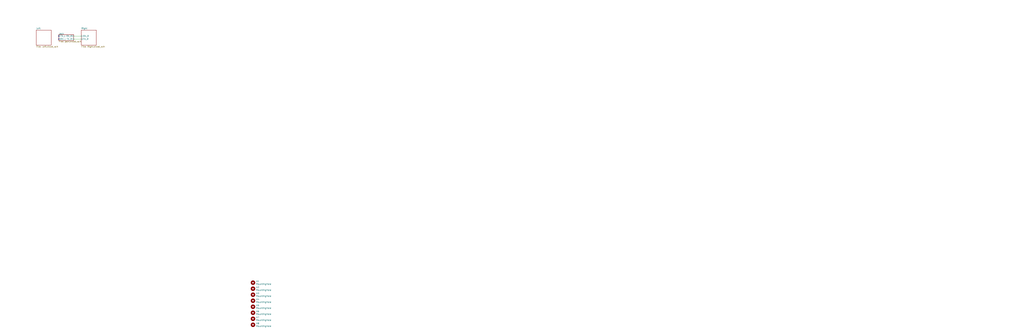
<source format=kicad_sch>
(kicad_sch (version 20211123) (generator eeschema)
  (paper "User" 863.6 279.4)
  (title_block (title "Arisu") (rev "1.0") (company "Fate"))
  (lib_symbols
    (symbol "Mechanical:MountingHole" (pin_names (offset 1.016))
      (property "Reference" "H" (at 0 5.08 0))
      (property "Value" "MountingHole" (at 0 3.175 0))
      (symbol "MountingHole_0_1"
        (circle (center 0 0) (radius 1.27) (stroke (width 1.27)))
      )
    )
  )
  (no_connect (at 49.53 33.02))
  (no_connect (at 49.53 30.48))
  (wire (pts (xy 62.23 33.02) (xy 68.58 33.02)))
  (wire (pts (xy 62.23 30.48) (xy 68.58 30.48)))
  (symbol (lib_id "Mechanical:MountingHole") (at 213.36 238.76 0) (unit 1)
    (property "Reference" "H1" (at 215.9 237.5916 0) (effects (justify left)))
    (property "Value" "MountingHole" (at 215.9 239.903 0) (effects (justify left)))
    (property "Footprint" "Mounting_Holes:MountingHole_2.2mm_M2_Pad" (effects hide))
  )
  (symbol (lib_id "Mechanical:MountingHole") (at 213.36 243.84 0) (unit 1)
    (property "Reference" "H2" (at 215.9 242.6716 0) (effects (justify left)))
    (property "Value" "MountingHole" (at 215.9 244.983 0) (effects (justify left)))
    (property "Footprint" "Mounting_Holes:MountingHole_2.2mm_M2_Pad" (effects hide))
  )
  (symbol (lib_id "Mechanical:MountingHole") (at 213.36 248.92 0) (unit 1)
    (property "Reference" "H3" (at 215.9 247.7516 0) (effects (justify left)))
    (property "Value" "MountingHole" (at 215.9 250.063 0) (effects (justify left)))
    (property "Footprint" "Mounting_Holes:MountingHole_2.2mm_M2_Pad" (effects hide))
  )
  (symbol (lib_id "Mechanical:MountingHole") (at 213.36 254 0) (unit 1)
    (property "Reference" "H4" (at 215.9 252.8316 0) (effects (justify left)))
    (property "Value" "MountingHole" (at 215.9 255.143 0) (effects (justify left)))
    (property "Footprint" "Mounting_Holes:MountingHole_2.2mm_M2_Pad" (effects hide))
  )
  (symbol (lib_id "Mechanical:MountingHole") (at 213.36 259.08 0) (unit 1)
    (property "Reference" "H5" (at 215.9 257.9116 0) (effects (justify left)))
    (property "Value" "MountingHole" (at 215.9 260.223 0) (effects (justify left)))
    (property "Footprint" "Mounting_Holes:MountingHole_2.2mm_M2_Pad" (effects hide))
  )
  (symbol (lib_id "Mechanical:MountingHole") (at 213.36 264.16 0) (unit 1)
    (property "Reference" "H6" (at 215.9 262.9916 0) (effects (justify left)))
    (property "Value" "MountingHole" (at 215.9 265.303 0) (effects (justify left)))
    (property "Footprint" "Mounting_Holes:MountingHole_2.2mm_M2_Pad" (effects hide))
  )
  (symbol (lib_id "Mechanical:MountingHole") (at 213.36 269.24 0) (unit 1)
    (property "Reference" "H7" (at 215.9 268.0716 0) (effects (justify left)))
    (property "Value" "MountingHole" (at 215.9 270.383 0) (effects (justify left)))
    (property "Footprint" "Mounting_Holes:MountingHole_2.2mm_M2_Pad" (effects hide))
  )
  (symbol (lib_id "Mechanical:MountingHole") (at 213.36 274.32 0) (unit 1)
    (property "Reference" "H8" (at 215.9 273.1516 0) (effects (justify left)))
    (property "Value" "MountingHole" (at 215.9 275.463 0) (effects (justify left)))
    (property "Footprint" "Mounting_Holes:MountingHole_2.2mm_M2_Pad" (effects hide))
  )
  (sheet (at 30.48 25.4) (size 12.7 12.7) (stroke (width 0.1524))
    (property "Sheet name" "Left" (at 30.48 24.6884 0) (effects (justify left bottom)))
    (property "Sheet file" "Left.kicad_sch" (at 30.48 38.6846 0) (effects (justify left top)))
  )
  (sheet (at 49.53 29.21) (size 12.7 5.08) (stroke (width 0.1524))
    (property "Sheet name" "Jack" (at 49.53 29.21 0) (effects (justify left bottom)))
    (property "Sheet file" "jack.kicad_sch" (at 49.53 34.29 0) (effects (justify left top)))
    (pin "TX_R" input (at 62.23 33.02 0))
    (pin "RX_R" output (at 62.23 30.48 0))
    (pin "RX_L" output (at 49.53 33.02 180))
    (pin "TX_L" input (at 49.53 30.48 180))
  )
  (sheet (at 68.58 25.4) (size 12.7 12.7) (stroke (width 0.1524))
    (property "Sheet name" "Right" (at 68.58 24.6884 0) (effects (justify left bottom)))
    (property "Sheet file" "Right.kicad_sch" (at 68.58 38.6846 0) (effects (justify left top)))
    (pin "RX_R" input (at 68.58 30.48 180))
    (pin "TX_R" output (at 68.58 33.02 180))
  )
)
</source>
